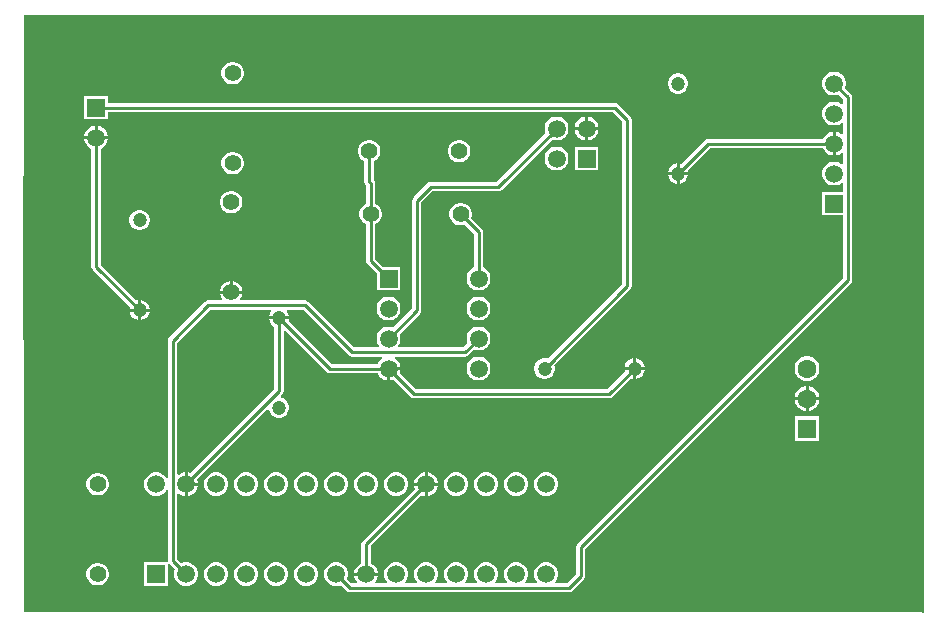
<source format=gtl>
G04*
G04 #@! TF.GenerationSoftware,Altium Limited,Altium Designer,22.1.2 (22)*
G04*
G04 Layer_Physical_Order=1*
G04 Layer_Color=255*
%FSLAX25Y25*%
%MOIN*%
G70*
G04*
G04 #@! TF.SameCoordinates,0EE1BFB4-235D-47A2-9C71-C2F2C54C5933*
G04*
G04*
G04 #@! TF.FilePolarity,Positive*
G04*
G01*
G75*
%ADD14C,0.01000*%
%ADD22R,0.05906X0.05906*%
%ADD23C,0.05906*%
%ADD24R,0.05906X0.05906*%
%ADD25C,0.05512*%
%ADD26C,0.04724*%
%ADD27R,0.06299X0.06299*%
%ADD28C,0.06299*%
G36*
X299000Y1500D02*
X298500Y1000D01*
X298000Y1500D01*
X-1000D01*
Y92000D01*
X-1500Y92500D01*
X-1000Y200500D01*
X299000D01*
Y1500D01*
D02*
G37*
%LPC*%
G36*
X68994Y184756D02*
X68006D01*
X67050Y184500D01*
X66194Y184005D01*
X65495Y183306D01*
X65000Y182450D01*
X64744Y181494D01*
Y180506D01*
X65000Y179550D01*
X65495Y178694D01*
X66194Y177995D01*
X67050Y177500D01*
X68006Y177244D01*
X68994D01*
X69950Y177500D01*
X70806Y177995D01*
X71505Y178694D01*
X72000Y179550D01*
X72256Y180506D01*
Y181494D01*
X72000Y182450D01*
X71505Y183306D01*
X70806Y184005D01*
X69950Y184500D01*
X68994Y184756D01*
D02*
G37*
G36*
X217443Y180862D02*
X216557D01*
X215702Y180633D01*
X214936Y180190D01*
X214310Y179564D01*
X213867Y178798D01*
X213638Y177943D01*
Y177057D01*
X213867Y176202D01*
X214310Y175436D01*
X214936Y174810D01*
X215702Y174367D01*
X216557Y174138D01*
X217443D01*
X218298Y174367D01*
X219064Y174810D01*
X219690Y175436D01*
X220133Y176202D01*
X220362Y177057D01*
Y177943D01*
X220133Y178798D01*
X219690Y179564D01*
X219064Y180190D01*
X218298Y180633D01*
X217443Y180862D01*
D02*
G37*
G36*
X269520Y181453D02*
X268480D01*
X267474Y181183D01*
X266573Y180663D01*
X265837Y179927D01*
X265317Y179026D01*
X265047Y178020D01*
Y176980D01*
X265317Y175974D01*
X265837Y175073D01*
X266573Y174337D01*
X267474Y173817D01*
X268480Y173547D01*
X269520D01*
X270522Y173816D01*
X271971Y172366D01*
Y170773D01*
X271509Y170581D01*
X271427Y170663D01*
X270526Y171183D01*
X269520Y171453D01*
X268480D01*
X267474Y171183D01*
X266573Y170663D01*
X265837Y169927D01*
X265317Y169026D01*
X265047Y168020D01*
Y166980D01*
X265317Y165974D01*
X265837Y165073D01*
X266573Y164337D01*
X267474Y163817D01*
X268480Y163547D01*
X269520D01*
X270526Y163817D01*
X271427Y164337D01*
X271509Y164419D01*
X271971Y164227D01*
Y160773D01*
X271509Y160581D01*
X271427Y160663D01*
X270526Y161183D01*
X269520Y161453D01*
X269500D01*
Y157500D01*
Y153547D01*
X269520D01*
X270526Y153817D01*
X271427Y154337D01*
X271509Y154419D01*
X271971Y154227D01*
Y150773D01*
X271509Y150581D01*
X271427Y150663D01*
X270526Y151183D01*
X269520Y151453D01*
X268480D01*
X267474Y151183D01*
X266573Y150663D01*
X265837Y149927D01*
X265317Y149026D01*
X265047Y148020D01*
Y146980D01*
X265317Y145974D01*
X265837Y145073D01*
X266573Y144337D01*
X267474Y143817D01*
X268480Y143547D01*
X269520D01*
X270526Y143817D01*
X271427Y144337D01*
X271509Y144419D01*
X271971Y144227D01*
Y141453D01*
X265047D01*
Y133547D01*
X271971D01*
Y112634D01*
X183519Y24181D01*
X183187Y23685D01*
X183071Y23100D01*
Y14133D01*
X179966Y11029D01*
X176273D01*
X176081Y11491D01*
X176163Y11573D01*
X176683Y12474D01*
X176953Y13480D01*
Y14520D01*
X176683Y15526D01*
X176163Y16427D01*
X175427Y17163D01*
X174526Y17683D01*
X173520Y17953D01*
X172480D01*
X171474Y17683D01*
X170573Y17163D01*
X169837Y16427D01*
X169317Y15526D01*
X169047Y14520D01*
Y13480D01*
X169317Y12474D01*
X169837Y11573D01*
X169919Y11491D01*
X169727Y11029D01*
X166273D01*
X166081Y11491D01*
X166163Y11573D01*
X166683Y12474D01*
X166953Y13480D01*
Y14520D01*
X166683Y15526D01*
X166163Y16427D01*
X165427Y17163D01*
X164526Y17683D01*
X163520Y17953D01*
X162480D01*
X161474Y17683D01*
X160573Y17163D01*
X159837Y16427D01*
X159317Y15526D01*
X159047Y14520D01*
Y13480D01*
X159317Y12474D01*
X159837Y11573D01*
X159919Y11491D01*
X159727Y11029D01*
X156273D01*
X156081Y11491D01*
X156163Y11573D01*
X156683Y12474D01*
X156953Y13480D01*
Y14520D01*
X156683Y15526D01*
X156163Y16427D01*
X155427Y17163D01*
X154526Y17683D01*
X153520Y17953D01*
X152480D01*
X151474Y17683D01*
X150573Y17163D01*
X149837Y16427D01*
X149317Y15526D01*
X149047Y14520D01*
Y13480D01*
X149317Y12474D01*
X149837Y11573D01*
X149919Y11491D01*
X149727Y11029D01*
X146273D01*
X146081Y11491D01*
X146163Y11573D01*
X146683Y12474D01*
X146953Y13480D01*
Y14520D01*
X146683Y15526D01*
X146163Y16427D01*
X145427Y17163D01*
X144526Y17683D01*
X143520Y17953D01*
X142480D01*
X141474Y17683D01*
X140573Y17163D01*
X139837Y16427D01*
X139317Y15526D01*
X139047Y14520D01*
Y13480D01*
X139317Y12474D01*
X139837Y11573D01*
X139919Y11491D01*
X139727Y11029D01*
X136273D01*
X136081Y11491D01*
X136163Y11573D01*
X136683Y12474D01*
X136953Y13480D01*
Y14520D01*
X136683Y15526D01*
X136163Y16427D01*
X135427Y17163D01*
X134526Y17683D01*
X133520Y17953D01*
X132480D01*
X131474Y17683D01*
X130573Y17163D01*
X129837Y16427D01*
X129317Y15526D01*
X129047Y14520D01*
Y13480D01*
X129317Y12474D01*
X129837Y11573D01*
X129919Y11491D01*
X129727Y11029D01*
X126273D01*
X126081Y11491D01*
X126163Y11573D01*
X126683Y12474D01*
X126953Y13480D01*
Y14520D01*
X126683Y15526D01*
X126163Y16427D01*
X125427Y17163D01*
X124526Y17683D01*
X123520Y17953D01*
X122480D01*
X121474Y17683D01*
X120573Y17163D01*
X119837Y16427D01*
X119317Y15526D01*
X119047Y14520D01*
Y13480D01*
X119317Y12474D01*
X119837Y11573D01*
X119919Y11491D01*
X119727Y11029D01*
X116273D01*
X116081Y11491D01*
X116163Y11573D01*
X116683Y12474D01*
X116953Y13480D01*
Y13500D01*
X113000D01*
X109047D01*
Y13480D01*
X109317Y12474D01*
X109837Y11573D01*
X109919Y11491D01*
X109727Y11029D01*
X108133D01*
X106685Y12478D01*
X106953Y13480D01*
Y14520D01*
X106683Y15526D01*
X106163Y16427D01*
X105427Y17163D01*
X104526Y17683D01*
X103520Y17953D01*
X102480D01*
X101474Y17683D01*
X100573Y17163D01*
X99837Y16427D01*
X99317Y15526D01*
X99047Y14520D01*
Y13480D01*
X99317Y12474D01*
X99837Y11573D01*
X100573Y10837D01*
X101474Y10317D01*
X102480Y10047D01*
X103520D01*
X104522Y10316D01*
X106419Y8419D01*
X106915Y8087D01*
X107500Y7971D01*
X180600D01*
X181185Y8087D01*
X181681Y8419D01*
X185681Y12419D01*
X186013Y12915D01*
X186129Y13500D01*
Y22467D01*
X274581Y110919D01*
X274913Y111415D01*
X275029Y112000D01*
Y173000D01*
X274913Y173585D01*
X274581Y174081D01*
X272685Y175978D01*
X272953Y176980D01*
Y178020D01*
X272683Y179026D01*
X272163Y179927D01*
X271427Y180663D01*
X270526Y181183D01*
X269520Y181453D01*
D02*
G37*
G36*
X187020Y166453D02*
X187000D01*
Y163000D01*
X190453D01*
Y163020D01*
X190183Y164026D01*
X189663Y164927D01*
X188927Y165663D01*
X188026Y166183D01*
X187020Y166453D01*
D02*
G37*
G36*
X186000D02*
X185980D01*
X184974Y166183D01*
X184073Y165663D01*
X183337Y164927D01*
X182817Y164026D01*
X182547Y163020D01*
Y163000D01*
X186000D01*
Y166453D01*
D02*
G37*
G36*
X23520Y163453D02*
X23500D01*
Y160000D01*
X26953D01*
Y160020D01*
X26683Y161026D01*
X26163Y161927D01*
X25427Y162663D01*
X24526Y163183D01*
X23520Y163453D01*
D02*
G37*
G36*
X22500D02*
X22480D01*
X21474Y163183D01*
X20573Y162663D01*
X19837Y161927D01*
X19317Y161026D01*
X19047Y160020D01*
Y160000D01*
X22500D01*
Y163453D01*
D02*
G37*
G36*
X190453Y162000D02*
X187000D01*
Y158547D01*
X187020D01*
X188026Y158817D01*
X188927Y159337D01*
X189663Y160073D01*
X190183Y160974D01*
X190453Y161980D01*
Y162000D01*
D02*
G37*
G36*
X186000D02*
X182547D01*
Y161980D01*
X182817Y160974D01*
X183337Y160073D01*
X184073Y159337D01*
X184974Y158817D01*
X185980Y158547D01*
X186000D01*
Y162000D01*
D02*
G37*
G36*
X177020Y166453D02*
X175980D01*
X174974Y166183D01*
X174073Y165663D01*
X173337Y164927D01*
X172817Y164026D01*
X172547Y163020D01*
Y161980D01*
X172816Y160978D01*
X156466Y144629D01*
X134500D01*
X133915Y144513D01*
X133419Y144181D01*
X128819Y139581D01*
X128487Y139085D01*
X128371Y138500D01*
Y102533D01*
X122022Y96184D01*
X121020Y96453D01*
X119980D01*
X118974Y96183D01*
X118073Y95663D01*
X117337Y94927D01*
X116817Y94026D01*
X116547Y93020D01*
Y91980D01*
X116817Y90974D01*
X117337Y90073D01*
X117419Y89991D01*
X117227Y89529D01*
X109034D01*
X93781Y104781D01*
X93285Y105113D01*
X92700Y105229D01*
X71194D01*
X71096Y105468D01*
X71026Y105729D01*
X71500Y106550D01*
X71754Y107500D01*
X68000D01*
X64246D01*
X64500Y106550D01*
X64974Y105729D01*
X64904Y105468D01*
X64806Y105229D01*
X60400D01*
X59815Y105113D01*
X59319Y104781D01*
X47419Y92881D01*
X47087Y92385D01*
X46971Y91800D01*
Y46028D01*
X46471Y45894D01*
X46163Y46427D01*
X45427Y47163D01*
X44526Y47683D01*
X43520Y47953D01*
X42480D01*
X41474Y47683D01*
X40573Y47163D01*
X39837Y46427D01*
X39317Y45526D01*
X39047Y44520D01*
Y43480D01*
X39317Y42474D01*
X39837Y41573D01*
X40573Y40837D01*
X41474Y40317D01*
X42480Y40047D01*
X43520D01*
X44526Y40317D01*
X45427Y40837D01*
X46163Y41573D01*
X46471Y42106D01*
X46971Y41972D01*
Y18500D01*
X46982Y18440D01*
X46570Y17953D01*
X39047D01*
Y10047D01*
X46953D01*
Y17216D01*
X47308Y17370D01*
X47453Y17384D01*
X49316Y15522D01*
X49047Y14520D01*
Y13480D01*
X49317Y12474D01*
X49837Y11573D01*
X50573Y10837D01*
X51474Y10317D01*
X52480Y10047D01*
X53520D01*
X54526Y10317D01*
X55427Y10837D01*
X56163Y11573D01*
X56683Y12474D01*
X56953Y13480D01*
Y14520D01*
X56683Y15526D01*
X56163Y16427D01*
X55427Y17163D01*
X54526Y17683D01*
X53520Y17953D01*
X52480D01*
X51478Y17684D01*
X50029Y19133D01*
Y40727D01*
X50491Y40919D01*
X50573Y40837D01*
X51474Y40317D01*
X52480Y40047D01*
X52500D01*
Y44000D01*
Y47953D01*
X52480D01*
X51474Y47683D01*
X50573Y47163D01*
X50491Y47081D01*
X50029Y47273D01*
Y91167D01*
X61033Y102171D01*
X81262D01*
X81454Y101709D01*
X81310Y101564D01*
X80867Y100798D01*
X80653Y100000D01*
X84000D01*
X87347D01*
X87133Y100798D01*
X86690Y101564D01*
X86546Y101709D01*
X86738Y102171D01*
X92067D01*
X107319Y86919D01*
X107815Y86587D01*
X108400Y86471D01*
X118472D01*
X118606Y85971D01*
X118073Y85663D01*
X117337Y84927D01*
X116819Y84029D01*
X101634D01*
X87202Y98461D01*
X87347Y99000D01*
X84000D01*
X80653D01*
X80867Y98202D01*
X81310Y97436D01*
X81936Y96810D01*
X82471Y96501D01*
Y75634D01*
X54522Y47684D01*
X53520Y47953D01*
X53500D01*
Y44500D01*
X56953D01*
Y44520D01*
X56684Y45522D01*
X80164Y69002D01*
X80699Y68829D01*
X80867Y68202D01*
X81310Y67436D01*
X81936Y66810D01*
X82702Y66367D01*
X83557Y66138D01*
X84443D01*
X85298Y66367D01*
X86064Y66810D01*
X86690Y67436D01*
X87133Y68202D01*
X87362Y69057D01*
Y69943D01*
X87133Y70798D01*
X86690Y71564D01*
X86064Y72190D01*
X85298Y72633D01*
X84671Y72801D01*
X84498Y73335D01*
X85081Y73919D01*
X85413Y74415D01*
X85529Y75000D01*
Y95154D01*
X85991Y95346D01*
X99919Y81419D01*
X100415Y81087D01*
X101000Y80971D01*
X116819D01*
X117337Y80073D01*
X118073Y79337D01*
X118974Y78817D01*
X119980Y78547D01*
X120000D01*
Y82500D01*
X120500D01*
Y83000D01*
X124453D01*
Y83020D01*
X124183Y84026D01*
X123663Y84927D01*
X122927Y85663D01*
X122394Y85971D01*
X122528Y86471D01*
X146000D01*
X146585Y86587D01*
X147081Y86919D01*
X148978Y88815D01*
X149980Y88547D01*
X151020D01*
X152026Y88817D01*
X152927Y89337D01*
X153663Y90073D01*
X154183Y90974D01*
X154453Y91980D01*
Y93020D01*
X154183Y94026D01*
X153663Y94927D01*
X152927Y95663D01*
X152026Y96183D01*
X151020Y96453D01*
X149980D01*
X148974Y96183D01*
X148073Y95663D01*
X147337Y94927D01*
X146817Y94026D01*
X146547Y93020D01*
Y91980D01*
X146816Y90978D01*
X145367Y89529D01*
X123773D01*
X123581Y89991D01*
X123663Y90073D01*
X124183Y90974D01*
X124453Y91980D01*
Y93020D01*
X124185Y94022D01*
X130981Y100819D01*
X131313Y101315D01*
X131429Y101900D01*
Y137866D01*
X135134Y141571D01*
X157100D01*
X157685Y141687D01*
X158181Y142019D01*
X174978Y158816D01*
X175980Y158547D01*
X177020D01*
X178026Y158817D01*
X178927Y159337D01*
X179663Y160073D01*
X180183Y160974D01*
X180453Y161980D01*
Y163020D01*
X180183Y164026D01*
X179663Y164927D01*
X178927Y165663D01*
X178026Y166183D01*
X177020Y166453D01*
D02*
G37*
G36*
X268500Y161453D02*
X268480D01*
X267474Y161183D01*
X266573Y160663D01*
X265837Y159927D01*
X265319Y159029D01*
X227000D01*
X226415Y158913D01*
X225919Y158581D01*
X218039Y150702D01*
X217500Y150847D01*
Y148000D01*
X220347D01*
X220202Y148539D01*
X227634Y155971D01*
X265319D01*
X265837Y155073D01*
X266573Y154337D01*
X267474Y153817D01*
X268480Y153547D01*
X268500D01*
Y157500D01*
Y161453D01*
D02*
G37*
G36*
X144494Y158756D02*
X143506D01*
X142550Y158500D01*
X141694Y158005D01*
X140995Y157306D01*
X140500Y156450D01*
X140244Y155494D01*
Y154506D01*
X140500Y153550D01*
X140995Y152694D01*
X141694Y151995D01*
X142550Y151500D01*
X143506Y151244D01*
X144494D01*
X145450Y151500D01*
X146306Y151995D01*
X147005Y152694D01*
X147500Y153550D01*
X147756Y154506D01*
Y155494D01*
X147500Y156450D01*
X147005Y157306D01*
X146306Y158005D01*
X145450Y158500D01*
X144494Y158756D01*
D02*
G37*
G36*
X190453Y156453D02*
X182547D01*
Y148547D01*
X190453D01*
Y156453D01*
D02*
G37*
G36*
X177020D02*
X175980D01*
X174974Y156183D01*
X174073Y155663D01*
X173337Y154927D01*
X172817Y154026D01*
X172547Y153020D01*
Y151980D01*
X172817Y150974D01*
X173337Y150073D01*
X174073Y149337D01*
X174974Y148817D01*
X175980Y148547D01*
X177020D01*
X178026Y148817D01*
X178927Y149337D01*
X179663Y150073D01*
X180183Y150974D01*
X180453Y151980D01*
Y153020D01*
X180183Y154026D01*
X179663Y154927D01*
X178927Y155663D01*
X178026Y156183D01*
X177020Y156453D01*
D02*
G37*
G36*
X216500Y150847D02*
X215702Y150633D01*
X214936Y150190D01*
X214310Y149564D01*
X213867Y148798D01*
X213653Y148000D01*
X216500D01*
Y150847D01*
D02*
G37*
G36*
X68994Y154756D02*
X68006D01*
X67050Y154500D01*
X66194Y154006D01*
X65495Y153306D01*
X65000Y152450D01*
X64744Y151495D01*
Y150505D01*
X65000Y149550D01*
X65495Y148694D01*
X66194Y147994D01*
X67050Y147500D01*
X68006Y147244D01*
X68994D01*
X69950Y147500D01*
X70806Y147994D01*
X71505Y148694D01*
X72000Y149550D01*
X72256Y150505D01*
Y151495D01*
X72000Y152450D01*
X71505Y153306D01*
X70806Y154006D01*
X69950Y154500D01*
X68994Y154756D01*
D02*
G37*
G36*
X220347Y147000D02*
X217500D01*
Y144153D01*
X218298Y144367D01*
X219064Y144810D01*
X219690Y145436D01*
X220133Y146202D01*
X220347Y147000D01*
D02*
G37*
G36*
X216500D02*
X213653D01*
X213867Y146202D01*
X214310Y145436D01*
X214936Y144810D01*
X215702Y144367D01*
X216500Y144153D01*
Y147000D01*
D02*
G37*
G36*
X68494Y141756D02*
X67506D01*
X66550Y141500D01*
X65694Y141006D01*
X64995Y140306D01*
X64500Y139450D01*
X64244Y138495D01*
Y137505D01*
X64500Y136550D01*
X64995Y135694D01*
X65694Y134994D01*
X66550Y134500D01*
X67506Y134244D01*
X68494D01*
X69450Y134500D01*
X70306Y134994D01*
X71005Y135694D01*
X71500Y136550D01*
X71756Y137505D01*
Y138495D01*
X71500Y139450D01*
X71005Y140306D01*
X70306Y141006D01*
X69450Y141500D01*
X68494Y141756D01*
D02*
G37*
G36*
X37943Y135362D02*
X37057D01*
X36202Y135133D01*
X35436Y134690D01*
X34810Y134064D01*
X34367Y133298D01*
X34138Y132443D01*
Y131557D01*
X34367Y130702D01*
X34810Y129936D01*
X35436Y129310D01*
X36202Y128867D01*
X37057Y128638D01*
X37943D01*
X38798Y128867D01*
X39564Y129310D01*
X40190Y129936D01*
X40633Y130702D01*
X40862Y131557D01*
Y132443D01*
X40633Y133298D01*
X40190Y134064D01*
X39564Y134690D01*
X38798Y135133D01*
X37943Y135362D01*
D02*
G37*
G36*
X144994Y137756D02*
X144006D01*
X143050Y137500D01*
X142194Y137005D01*
X141495Y136306D01*
X141000Y135450D01*
X140744Y134494D01*
Y133505D01*
X141000Y132550D01*
X141495Y131694D01*
X142194Y130994D01*
X143050Y130500D01*
X144006Y130244D01*
X144994D01*
X145861Y130476D01*
X148971Y127366D01*
Y116181D01*
X148073Y115663D01*
X147337Y114927D01*
X146817Y114026D01*
X146547Y113020D01*
Y111980D01*
X146817Y110974D01*
X147337Y110073D01*
X148073Y109337D01*
X148974Y108817D01*
X149980Y108547D01*
X151020D01*
X152026Y108817D01*
X152927Y109337D01*
X153663Y110073D01*
X154183Y110974D01*
X154453Y111980D01*
Y113020D01*
X154183Y114026D01*
X153663Y114927D01*
X152927Y115663D01*
X152029Y116181D01*
Y128000D01*
X151913Y128585D01*
X151581Y129081D01*
X148024Y132639D01*
X148256Y133505D01*
Y134494D01*
X148000Y135450D01*
X147505Y136306D01*
X146806Y137005D01*
X145950Y137500D01*
X144994Y137756D01*
D02*
G37*
G36*
X114495Y158756D02*
X113505D01*
X112550Y158500D01*
X111694Y158005D01*
X110995Y157306D01*
X110500Y156450D01*
X110244Y155494D01*
Y154506D01*
X110500Y153550D01*
X110995Y152694D01*
X111694Y151995D01*
X112471Y151546D01*
Y144700D01*
X112587Y144115D01*
X112919Y143619D01*
X112971Y143567D01*
Y137454D01*
X112194Y137005D01*
X111495Y136306D01*
X111000Y135450D01*
X110744Y134494D01*
Y133505D01*
X111000Y132550D01*
X111495Y131694D01*
X112194Y130994D01*
X112971Y130546D01*
Y118500D01*
X113087Y117915D01*
X113419Y117419D01*
X116547Y114290D01*
Y108547D01*
X124453D01*
Y116453D01*
X118710D01*
X116029Y119133D01*
Y130546D01*
X116806Y130994D01*
X117506Y131694D01*
X118000Y132550D01*
X118256Y133505D01*
Y134494D01*
X118000Y135450D01*
X117506Y136306D01*
X116806Y137005D01*
X116029Y137454D01*
Y144200D01*
X115913Y144785D01*
X115581Y145281D01*
X115529Y145334D01*
Y151546D01*
X116306Y151995D01*
X117006Y152694D01*
X117500Y153550D01*
X117756Y154506D01*
Y155494D01*
X117500Y156450D01*
X117006Y157306D01*
X116306Y158005D01*
X115450Y158500D01*
X114495Y158756D01*
D02*
G37*
G36*
X68500Y111754D02*
Y108500D01*
X71754D01*
X71500Y109450D01*
X71005Y110306D01*
X70306Y111005D01*
X69450Y111500D01*
X68500Y111754D01*
D02*
G37*
G36*
X67500D02*
X66550Y111500D01*
X65694Y111005D01*
X64995Y110306D01*
X64500Y109450D01*
X64246Y108500D01*
X67500D01*
Y111754D01*
D02*
G37*
G36*
X38000Y105347D02*
Y102500D01*
X40847D01*
X40633Y103298D01*
X40190Y104064D01*
X39564Y104690D01*
X38798Y105133D01*
X38000Y105347D01*
D02*
G37*
G36*
X26953Y159000D02*
X23000D01*
X19047D01*
Y158980D01*
X19317Y157974D01*
X19837Y157073D01*
X20573Y156337D01*
X21471Y155819D01*
Y116500D01*
X21587Y115915D01*
X21919Y115419D01*
X34298Y103039D01*
X34153Y102500D01*
X37000D01*
Y105347D01*
X36461Y105202D01*
X24529Y117133D01*
Y155819D01*
X25427Y156337D01*
X26163Y157073D01*
X26683Y157974D01*
X26953Y158980D01*
Y159000D01*
D02*
G37*
G36*
X40847Y101500D02*
X38000D01*
Y98653D01*
X38798Y98867D01*
X39564Y99310D01*
X40190Y99936D01*
X40633Y100702D01*
X40847Y101500D01*
D02*
G37*
G36*
X37000D02*
X34153D01*
X34367Y100702D01*
X34810Y99936D01*
X35436Y99310D01*
X36202Y98867D01*
X37000Y98653D01*
Y101500D01*
D02*
G37*
G36*
X151020Y106453D02*
X149980D01*
X148974Y106183D01*
X148073Y105663D01*
X147337Y104927D01*
X146817Y104026D01*
X146547Y103020D01*
Y101980D01*
X146817Y100974D01*
X147337Y100073D01*
X148073Y99337D01*
X148974Y98817D01*
X149980Y98547D01*
X151020D01*
X152026Y98817D01*
X152927Y99337D01*
X153663Y100073D01*
X154183Y100974D01*
X154453Y101980D01*
Y103020D01*
X154183Y104026D01*
X153663Y104927D01*
X152927Y105663D01*
X152026Y106183D01*
X151020Y106453D01*
D02*
G37*
G36*
X121020D02*
X119980D01*
X118974Y106183D01*
X118073Y105663D01*
X117337Y104927D01*
X116817Y104026D01*
X116547Y103020D01*
Y101980D01*
X116817Y100974D01*
X117337Y100073D01*
X118073Y99337D01*
X118974Y98817D01*
X119980Y98547D01*
X121020D01*
X122026Y98817D01*
X122927Y99337D01*
X123663Y100073D01*
X124183Y100974D01*
X124453Y101980D01*
Y103020D01*
X124183Y104026D01*
X123663Y104927D01*
X122927Y105663D01*
X122026Y106183D01*
X121020Y106453D01*
D02*
G37*
G36*
X26953Y173453D02*
X19047D01*
Y165547D01*
X26953D01*
Y167971D01*
X195367D01*
X198471Y164866D01*
Y110634D01*
X173539Y85702D01*
X172943Y85862D01*
X172057D01*
X171202Y85633D01*
X170436Y85190D01*
X169810Y84564D01*
X169367Y83798D01*
X169138Y82943D01*
Y82057D01*
X169367Y81202D01*
X169810Y80436D01*
X170436Y79810D01*
X171202Y79367D01*
X172057Y79138D01*
X172943D01*
X173798Y79367D01*
X174564Y79810D01*
X175190Y80436D01*
X175633Y81202D01*
X175862Y82057D01*
Y82943D01*
X175702Y83539D01*
X201081Y108919D01*
X201413Y109415D01*
X201529Y110000D01*
Y165500D01*
X201413Y166085D01*
X201081Y166581D01*
X197081Y170581D01*
X196585Y170913D01*
X196000Y171029D01*
X26953D01*
Y173453D01*
D02*
G37*
G36*
X203000Y85847D02*
Y83000D01*
X205847D01*
X205633Y83798D01*
X205190Y84564D01*
X204564Y85190D01*
X203798Y85633D01*
X203000Y85847D01*
D02*
G37*
G36*
X202000D02*
X201202Y85633D01*
X200436Y85190D01*
X199810Y84564D01*
X199367Y83798D01*
X199153Y83000D01*
X202000D01*
Y85847D01*
D02*
G37*
G36*
X205847Y82000D02*
X203000D01*
Y79153D01*
X203798Y79367D01*
X204564Y79810D01*
X205190Y80436D01*
X205633Y81202D01*
X205847Y82000D01*
D02*
G37*
G36*
X124453D02*
X121000D01*
Y78547D01*
X121020D01*
X122022Y78816D01*
X127819Y73019D01*
X128315Y72687D01*
X128900Y72571D01*
X194100D01*
X194685Y72687D01*
X195181Y73019D01*
X201461Y79298D01*
X202000Y79153D01*
Y82000D01*
X199153D01*
X199298Y81461D01*
X193466Y75629D01*
X129534D01*
X124185Y80978D01*
X124453Y81980D01*
Y82000D01*
D02*
G37*
G36*
X151020Y86453D02*
X149980D01*
X148974Y86183D01*
X148073Y85663D01*
X147337Y84927D01*
X146817Y84026D01*
X146547Y83020D01*
Y81980D01*
X146817Y80974D01*
X147337Y80073D01*
X148073Y79337D01*
X148974Y78817D01*
X149980Y78547D01*
X151020D01*
X152026Y78817D01*
X152927Y79337D01*
X153663Y80073D01*
X154183Y80974D01*
X154453Y81980D01*
Y83020D01*
X154183Y84026D01*
X153663Y84927D01*
X152927Y85663D01*
X152026Y86183D01*
X151020Y86453D01*
D02*
G37*
G36*
X260546Y86650D02*
X259454D01*
X258398Y86367D01*
X257452Y85821D01*
X256680Y85048D01*
X256133Y84102D01*
X255850Y83046D01*
Y81954D01*
X256133Y80898D01*
X256680Y79952D01*
X257452Y79180D01*
X258398Y78633D01*
X259454Y78350D01*
X260546D01*
X261602Y78633D01*
X262548Y79180D01*
X263320Y79952D01*
X263867Y80898D01*
X264150Y81954D01*
Y83046D01*
X263867Y84102D01*
X263320Y85048D01*
X262548Y85821D01*
X261602Y86367D01*
X260546Y86650D01*
D02*
G37*
G36*
Y76650D02*
X260500D01*
Y73000D01*
X264150D01*
Y73046D01*
X263867Y74102D01*
X263320Y75048D01*
X262548Y75820D01*
X261602Y76367D01*
X260546Y76650D01*
D02*
G37*
G36*
X259500D02*
X259454D01*
X258398Y76367D01*
X257452Y75820D01*
X256680Y75048D01*
X256133Y74102D01*
X255850Y73046D01*
Y73000D01*
X259500D01*
Y76650D01*
D02*
G37*
G36*
X264150Y72000D02*
X260500D01*
Y68350D01*
X260546D01*
X261602Y68633D01*
X262548Y69179D01*
X263320Y69952D01*
X263867Y70898D01*
X264150Y71954D01*
Y72000D01*
D02*
G37*
G36*
X259500D02*
X255850D01*
Y71954D01*
X256133Y70898D01*
X256680Y69952D01*
X257452Y69179D01*
X258398Y68633D01*
X259454Y68350D01*
X259500D01*
Y72000D01*
D02*
G37*
G36*
X264150Y66650D02*
X255850D01*
Y58350D01*
X264150D01*
Y66650D01*
D02*
G37*
G36*
X133520Y47953D02*
X133500D01*
Y44500D01*
X136953D01*
Y44520D01*
X136683Y45526D01*
X136163Y46427D01*
X135427Y47163D01*
X134526Y47683D01*
X133520Y47953D01*
D02*
G37*
G36*
X132500D02*
X132480D01*
X131474Y47683D01*
X130573Y47163D01*
X129837Y46427D01*
X129317Y45526D01*
X129047Y44520D01*
Y44500D01*
X132500D01*
Y47953D01*
D02*
G37*
G36*
X23994Y47756D02*
X23006D01*
X22050Y47500D01*
X21194Y47006D01*
X20494Y46306D01*
X20000Y45450D01*
X19744Y44495D01*
Y43505D01*
X20000Y42550D01*
X20494Y41694D01*
X21194Y40995D01*
X22050Y40500D01*
X23006Y40244D01*
X23994D01*
X24950Y40500D01*
X25806Y40995D01*
X26506Y41694D01*
X27000Y42550D01*
X27256Y43505D01*
Y44495D01*
X27000Y45450D01*
X26506Y46306D01*
X25806Y47006D01*
X24950Y47500D01*
X23994Y47756D01*
D02*
G37*
G36*
X173520Y47953D02*
X172480D01*
X171474Y47683D01*
X170573Y47163D01*
X169837Y46427D01*
X169317Y45526D01*
X169047Y44520D01*
Y43480D01*
X169317Y42474D01*
X169837Y41573D01*
X170573Y40837D01*
X171474Y40317D01*
X172480Y40047D01*
X173520D01*
X174526Y40317D01*
X175427Y40837D01*
X176163Y41573D01*
X176683Y42474D01*
X176953Y43480D01*
Y44520D01*
X176683Y45526D01*
X176163Y46427D01*
X175427Y47163D01*
X174526Y47683D01*
X173520Y47953D01*
D02*
G37*
G36*
X163520D02*
X162480D01*
X161474Y47683D01*
X160573Y47163D01*
X159837Y46427D01*
X159317Y45526D01*
X159047Y44520D01*
Y43480D01*
X159317Y42474D01*
X159837Y41573D01*
X160573Y40837D01*
X161474Y40317D01*
X162480Y40047D01*
X163520D01*
X164526Y40317D01*
X165427Y40837D01*
X166163Y41573D01*
X166683Y42474D01*
X166953Y43480D01*
Y44520D01*
X166683Y45526D01*
X166163Y46427D01*
X165427Y47163D01*
X164526Y47683D01*
X163520Y47953D01*
D02*
G37*
G36*
X153520D02*
X152480D01*
X151474Y47683D01*
X150573Y47163D01*
X149837Y46427D01*
X149317Y45526D01*
X149047Y44520D01*
Y43480D01*
X149317Y42474D01*
X149837Y41573D01*
X150573Y40837D01*
X151474Y40317D01*
X152480Y40047D01*
X153520D01*
X154526Y40317D01*
X155427Y40837D01*
X156163Y41573D01*
X156683Y42474D01*
X156953Y43480D01*
Y44520D01*
X156683Y45526D01*
X156163Y46427D01*
X155427Y47163D01*
X154526Y47683D01*
X153520Y47953D01*
D02*
G37*
G36*
X143520D02*
X142480D01*
X141474Y47683D01*
X140573Y47163D01*
X139837Y46427D01*
X139317Y45526D01*
X139047Y44520D01*
Y43480D01*
X139317Y42474D01*
X139837Y41573D01*
X140573Y40837D01*
X141474Y40317D01*
X142480Y40047D01*
X143520D01*
X144526Y40317D01*
X145427Y40837D01*
X146163Y41573D01*
X146683Y42474D01*
X146953Y43480D01*
Y44520D01*
X146683Y45526D01*
X146163Y46427D01*
X145427Y47163D01*
X144526Y47683D01*
X143520Y47953D01*
D02*
G37*
G36*
X136953Y43500D02*
X133500D01*
Y40047D01*
X133520D01*
X134526Y40317D01*
X135427Y40837D01*
X136163Y41573D01*
X136683Y42474D01*
X136953Y43480D01*
Y43500D01*
D02*
G37*
G36*
X132500D02*
X129047D01*
Y43480D01*
X129315Y42478D01*
X111919Y25081D01*
X111587Y24585D01*
X111471Y24000D01*
Y17681D01*
X110573Y17163D01*
X109837Y16427D01*
X109317Y15526D01*
X109047Y14520D01*
Y14500D01*
X113000D01*
X116953D01*
Y14520D01*
X116683Y15526D01*
X116163Y16427D01*
X115427Y17163D01*
X114529Y17681D01*
Y23367D01*
X131478Y40315D01*
X132480Y40047D01*
X132500D01*
Y43500D01*
D02*
G37*
G36*
X123520Y47953D02*
X122480D01*
X121474Y47683D01*
X120573Y47163D01*
X119837Y46427D01*
X119317Y45526D01*
X119047Y44520D01*
Y43480D01*
X119317Y42474D01*
X119837Y41573D01*
X120573Y40837D01*
X121474Y40317D01*
X122480Y40047D01*
X123520D01*
X124526Y40317D01*
X125427Y40837D01*
X126163Y41573D01*
X126683Y42474D01*
X126953Y43480D01*
Y44520D01*
X126683Y45526D01*
X126163Y46427D01*
X125427Y47163D01*
X124526Y47683D01*
X123520Y47953D01*
D02*
G37*
G36*
X113520D02*
X112480D01*
X111474Y47683D01*
X110573Y47163D01*
X109837Y46427D01*
X109317Y45526D01*
X109047Y44520D01*
Y43480D01*
X109317Y42474D01*
X109837Y41573D01*
X110573Y40837D01*
X111474Y40317D01*
X112480Y40047D01*
X113520D01*
X114526Y40317D01*
X115427Y40837D01*
X116163Y41573D01*
X116683Y42474D01*
X116953Y43480D01*
Y44520D01*
X116683Y45526D01*
X116163Y46427D01*
X115427Y47163D01*
X114526Y47683D01*
X113520Y47953D01*
D02*
G37*
G36*
X103520D02*
X102480D01*
X101474Y47683D01*
X100573Y47163D01*
X99837Y46427D01*
X99317Y45526D01*
X99047Y44520D01*
Y43480D01*
X99317Y42474D01*
X99837Y41573D01*
X100573Y40837D01*
X101474Y40317D01*
X102480Y40047D01*
X103520D01*
X104526Y40317D01*
X105427Y40837D01*
X106163Y41573D01*
X106683Y42474D01*
X106953Y43480D01*
Y44520D01*
X106683Y45526D01*
X106163Y46427D01*
X105427Y47163D01*
X104526Y47683D01*
X103520Y47953D01*
D02*
G37*
G36*
X93520D02*
X92480D01*
X91474Y47683D01*
X90573Y47163D01*
X89837Y46427D01*
X89317Y45526D01*
X89047Y44520D01*
Y43480D01*
X89317Y42474D01*
X89837Y41573D01*
X90573Y40837D01*
X91474Y40317D01*
X92480Y40047D01*
X93520D01*
X94526Y40317D01*
X95427Y40837D01*
X96163Y41573D01*
X96683Y42474D01*
X96953Y43480D01*
Y44520D01*
X96683Y45526D01*
X96163Y46427D01*
X95427Y47163D01*
X94526Y47683D01*
X93520Y47953D01*
D02*
G37*
G36*
X83520D02*
X82480D01*
X81474Y47683D01*
X80573Y47163D01*
X79837Y46427D01*
X79317Y45526D01*
X79047Y44520D01*
Y43480D01*
X79317Y42474D01*
X79837Y41573D01*
X80573Y40837D01*
X81474Y40317D01*
X82480Y40047D01*
X83520D01*
X84526Y40317D01*
X85427Y40837D01*
X86163Y41573D01*
X86683Y42474D01*
X86953Y43480D01*
Y44520D01*
X86683Y45526D01*
X86163Y46427D01*
X85427Y47163D01*
X84526Y47683D01*
X83520Y47953D01*
D02*
G37*
G36*
X73520D02*
X72480D01*
X71474Y47683D01*
X70573Y47163D01*
X69837Y46427D01*
X69317Y45526D01*
X69047Y44520D01*
Y43480D01*
X69317Y42474D01*
X69837Y41573D01*
X70573Y40837D01*
X71474Y40317D01*
X72480Y40047D01*
X73520D01*
X74526Y40317D01*
X75427Y40837D01*
X76163Y41573D01*
X76683Y42474D01*
X76953Y43480D01*
Y44520D01*
X76683Y45526D01*
X76163Y46427D01*
X75427Y47163D01*
X74526Y47683D01*
X73520Y47953D01*
D02*
G37*
G36*
X63520D02*
X62480D01*
X61474Y47683D01*
X60573Y47163D01*
X59837Y46427D01*
X59317Y45526D01*
X59047Y44520D01*
Y43480D01*
X59317Y42474D01*
X59837Y41573D01*
X60573Y40837D01*
X61474Y40317D01*
X62480Y40047D01*
X63520D01*
X64526Y40317D01*
X65427Y40837D01*
X66163Y41573D01*
X66683Y42474D01*
X66953Y43480D01*
Y44520D01*
X66683Y45526D01*
X66163Y46427D01*
X65427Y47163D01*
X64526Y47683D01*
X63520Y47953D01*
D02*
G37*
G36*
X56953Y43500D02*
X53500D01*
Y40047D01*
X53520D01*
X54526Y40317D01*
X55427Y40837D01*
X56163Y41573D01*
X56683Y42474D01*
X56953Y43480D01*
Y43500D01*
D02*
G37*
G36*
X23994Y17756D02*
X23006D01*
X22050Y17500D01*
X21194Y17006D01*
X20494Y16306D01*
X20000Y15450D01*
X19744Y14494D01*
Y13506D01*
X20000Y12550D01*
X20494Y11694D01*
X21194Y10994D01*
X22050Y10500D01*
X23006Y10244D01*
X23994D01*
X24950Y10500D01*
X25806Y10994D01*
X26506Y11694D01*
X27000Y12550D01*
X27256Y13506D01*
Y14494D01*
X27000Y15450D01*
X26506Y16306D01*
X25806Y17006D01*
X24950Y17500D01*
X23994Y17756D01*
D02*
G37*
G36*
X93520Y17953D02*
X92480D01*
X91474Y17683D01*
X90573Y17163D01*
X89837Y16427D01*
X89317Y15526D01*
X89047Y14520D01*
Y13480D01*
X89317Y12474D01*
X89837Y11573D01*
X90573Y10837D01*
X91474Y10317D01*
X92480Y10047D01*
X93520D01*
X94526Y10317D01*
X95427Y10837D01*
X96163Y11573D01*
X96683Y12474D01*
X96953Y13480D01*
Y14520D01*
X96683Y15526D01*
X96163Y16427D01*
X95427Y17163D01*
X94526Y17683D01*
X93520Y17953D01*
D02*
G37*
G36*
X83520D02*
X82480D01*
X81474Y17683D01*
X80573Y17163D01*
X79837Y16427D01*
X79317Y15526D01*
X79047Y14520D01*
Y13480D01*
X79317Y12474D01*
X79837Y11573D01*
X80573Y10837D01*
X81474Y10317D01*
X82480Y10047D01*
X83520D01*
X84526Y10317D01*
X85427Y10837D01*
X86163Y11573D01*
X86683Y12474D01*
X86953Y13480D01*
Y14520D01*
X86683Y15526D01*
X86163Y16427D01*
X85427Y17163D01*
X84526Y17683D01*
X83520Y17953D01*
D02*
G37*
G36*
X73520D02*
X72480D01*
X71474Y17683D01*
X70573Y17163D01*
X69837Y16427D01*
X69317Y15526D01*
X69047Y14520D01*
Y13480D01*
X69317Y12474D01*
X69837Y11573D01*
X70573Y10837D01*
X71474Y10317D01*
X72480Y10047D01*
X73520D01*
X74526Y10317D01*
X75427Y10837D01*
X76163Y11573D01*
X76683Y12474D01*
X76953Y13480D01*
Y14520D01*
X76683Y15526D01*
X76163Y16427D01*
X75427Y17163D01*
X74526Y17683D01*
X73520Y17953D01*
D02*
G37*
G36*
X63520D02*
X62480D01*
X61474Y17683D01*
X60573Y17163D01*
X59837Y16427D01*
X59317Y15526D01*
X59047Y14520D01*
Y13480D01*
X59317Y12474D01*
X59837Y11573D01*
X60573Y10837D01*
X61474Y10317D01*
X62480Y10047D01*
X63520D01*
X64526Y10317D01*
X65427Y10837D01*
X66163Y11573D01*
X66683Y12474D01*
X66953Y13480D01*
Y14520D01*
X66683Y15526D01*
X66163Y16427D01*
X65427Y17163D01*
X64526Y17683D01*
X63520Y17953D01*
D02*
G37*
%LPD*%
D14*
X84000Y99500D02*
X101000Y82500D01*
X120500D01*
X172500D02*
X200000Y110000D01*
Y165500D01*
X196000Y169500D02*
X200000Y165500D01*
X23000Y169500D02*
X196000D01*
X53000Y44000D02*
X84000Y75000D01*
Y99500D01*
X113000Y24000D02*
X133000Y44000D01*
X113000Y14000D02*
Y24000D01*
X194100Y74100D02*
X202500Y82500D01*
X128900Y74100D02*
X194100D01*
X120500Y82500D02*
X128900Y74100D01*
X23000Y116500D02*
X37500Y102000D01*
X23000Y116500D02*
Y159500D01*
X217000Y147500D02*
X227000Y157500D01*
X269000D01*
X103000Y14000D02*
X107500Y9500D01*
X180600D01*
X184600Y13500D01*
Y23100D01*
X273500Y112000D01*
Y173000D01*
X269000Y177500D02*
X273500Y173000D01*
X120500Y92500D02*
X129900Y101900D01*
Y138500D01*
X134500Y143100D01*
X157100D01*
X176500Y162500D01*
X144500Y134000D02*
X150500Y128000D01*
Y112500D02*
Y128000D01*
X114000Y144700D02*
Y155000D01*
Y144700D02*
X114500Y144200D01*
Y134000D02*
Y144200D01*
Y118500D02*
Y134000D01*
Y118500D02*
X120500Y112500D01*
X48500Y18500D02*
X53000Y14000D01*
X48500Y18500D02*
Y91800D01*
X60400Y103700D01*
X92700D01*
X108400Y88000D01*
X146000D01*
X150500Y92500D01*
D22*
X120500Y112500D02*
D03*
D23*
Y102500D02*
D03*
Y92500D02*
D03*
Y82500D02*
D03*
X150500Y112500D02*
D03*
Y102500D02*
D03*
Y92500D02*
D03*
Y82500D02*
D03*
X176500Y162500D02*
D03*
X186500D02*
D03*
X176500Y152500D02*
D03*
X269000Y177500D02*
D03*
Y167500D02*
D03*
Y157500D02*
D03*
Y147500D02*
D03*
X53000Y14000D02*
D03*
X63000D02*
D03*
X73000D02*
D03*
X83000D02*
D03*
X93000D02*
D03*
X103000D02*
D03*
X113000D02*
D03*
X123000D02*
D03*
X133000D02*
D03*
X143000D02*
D03*
X153000D02*
D03*
X163000D02*
D03*
X173000D02*
D03*
X43000Y44000D02*
D03*
X53000D02*
D03*
X63000D02*
D03*
X73000D02*
D03*
X83000D02*
D03*
X93000D02*
D03*
X103000D02*
D03*
X113000D02*
D03*
X123000D02*
D03*
X133000D02*
D03*
X143000D02*
D03*
X153000D02*
D03*
X163000D02*
D03*
X173000D02*
D03*
X23000Y159500D02*
D03*
D24*
X186500Y152500D02*
D03*
X269000Y137500D02*
D03*
X43000Y14000D02*
D03*
X23000Y169500D02*
D03*
D25*
X114500Y134000D02*
D03*
X144500D02*
D03*
X114000Y155000D02*
D03*
X144000D02*
D03*
X68000Y138000D02*
D03*
Y108000D02*
D03*
X68500Y181000D02*
D03*
Y151000D02*
D03*
X23500Y14000D02*
D03*
Y44000D02*
D03*
D26*
X217000Y177500D02*
D03*
Y147500D02*
D03*
X172500Y82500D02*
D03*
X202500D02*
D03*
X84000Y99500D02*
D03*
Y69500D02*
D03*
X37500Y132000D02*
D03*
Y102000D02*
D03*
D27*
X260000Y62500D02*
D03*
D28*
Y72500D02*
D03*
Y82500D02*
D03*
M02*

</source>
